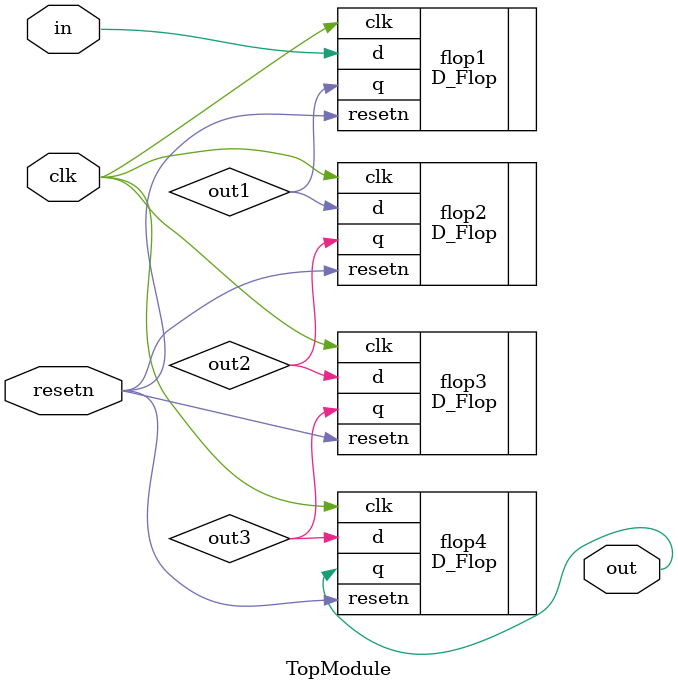
<source format=sv>

module TopModule (
  input clk,
  input resetn,
  input in,
  output out
);

  // Declare four D flip-flops
  D_Flop flop1 (.clk(clk), .resetn(resetn), .d(in), .q(out1));
  D_Flop flop2 (.clk(clk), .resetn(resetn), .d(out1), .q(out2));
  D_Flop flop3 (.clk(clk), .resetn(resetn), .d(out2), .q(out3));
  D_Flop flop4 (.clk(clk), .resetn(resetn), .d(out3), .q(out));

endmodule

// VERILOG-EVAL: abnormal backticks count
// VERILOG-EVAL: errant inclusion of module definition

</source>
